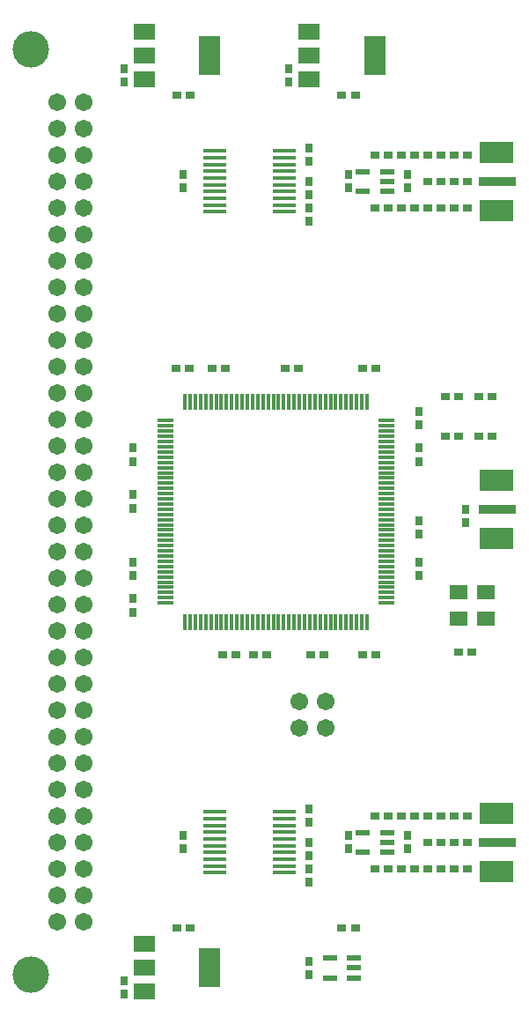
<source format=gts>
G04 #@! TF.FileFunction,Soldermask,Top*
%FSLAX46Y46*%
G04 Gerber Fmt 4.6, Leading zero omitted, Abs format (unit mm)*
G04 Created by KiCad (PCBNEW 4.0.7-e2-6376~58~ubuntu16.04.1) date Sun Sep 16 22:19:27 2018*
%MOMM*%
%LPD*%
G01*
G04 APERTURE LIST*
%ADD10C,0.100000*%
%ADD11C,1.711200*%
%ADD12C,3.501200*%
%ADD13R,1.600000X0.300000*%
%ADD14R,0.300000X1.600000*%
%ADD15R,0.900000X0.700000*%
%ADD16R,0.700000X0.900000*%
%ADD17R,3.300000X2.000000*%
%ADD18R,3.600000X0.900000*%
%ADD19R,1.473000X0.482000*%
%ADD20R,2.261000X0.400000*%
%ADD21R,2.000000X1.500000*%
%ADD22R,2.000000X3.800000*%
%ADD23R,1.700000X1.350000*%
G04 APERTURE END LIST*
D10*
D11*
X140885000Y-141605000D03*
X140885000Y-139065000D03*
X140885000Y-136525000D03*
X140885000Y-133985000D03*
X140885000Y-131445000D03*
X140885000Y-128905000D03*
X140885000Y-126365000D03*
X140885000Y-123825000D03*
X140885000Y-121285000D03*
X140885000Y-118745000D03*
X140885000Y-116205000D03*
X140885000Y-113665000D03*
X140885000Y-111125000D03*
X140885000Y-108585000D03*
X140885000Y-106045000D03*
X140885000Y-103505000D03*
X140885000Y-100965000D03*
X140885000Y-98425000D03*
X140885000Y-95885000D03*
X140885000Y-93345000D03*
X140885000Y-90805000D03*
X140885000Y-88265000D03*
X140885000Y-85725000D03*
X140885000Y-83185000D03*
X140885000Y-80645000D03*
X140885000Y-78105000D03*
X140885000Y-75565000D03*
X140885000Y-73025000D03*
X140885000Y-70485000D03*
X140885000Y-67945000D03*
X140885000Y-65405000D03*
X140885000Y-62865000D03*
X143425000Y-62865000D03*
X143425000Y-65405000D03*
X143425000Y-67945000D03*
X143425000Y-70485000D03*
X143425000Y-73025000D03*
X143425000Y-75565000D03*
X143425000Y-78105000D03*
X143425000Y-80645000D03*
X143425000Y-83185000D03*
X143425000Y-85725000D03*
X143425000Y-88265000D03*
X143425000Y-90805000D03*
X143425000Y-93345000D03*
X143425000Y-95885000D03*
X143425000Y-98425000D03*
X143425000Y-100965000D03*
X143425000Y-103505000D03*
X143425000Y-106045000D03*
X143425000Y-108585000D03*
X143425000Y-111125000D03*
X143425000Y-113665000D03*
X143425000Y-116205000D03*
X143425000Y-118745000D03*
X143425000Y-121285000D03*
X143425000Y-123825000D03*
X143425000Y-126365000D03*
X143425000Y-128905000D03*
X143425000Y-131445000D03*
X143425000Y-133985000D03*
X143425000Y-136525000D03*
X143425000Y-139065000D03*
X143425000Y-141605000D03*
D12*
X138345000Y-57785000D03*
X138345000Y-146685000D03*
D13*
X172525000Y-110985000D03*
X172525000Y-110485000D03*
X172525000Y-109985000D03*
X172525000Y-109485000D03*
X172525000Y-108985000D03*
X172525000Y-108485000D03*
X172525000Y-107985000D03*
X172525000Y-107485000D03*
X172525000Y-106985000D03*
X172525000Y-106485000D03*
X172525000Y-105985000D03*
X172525000Y-105485000D03*
X172525000Y-104985000D03*
X172525000Y-104485000D03*
X172525000Y-103985000D03*
X172525000Y-103485000D03*
X172525000Y-102985000D03*
X172525000Y-102485000D03*
X172525000Y-101985000D03*
X172525000Y-101485000D03*
X172525000Y-100985000D03*
X172525000Y-100485000D03*
X172525000Y-99985000D03*
X172525000Y-99485000D03*
X172525000Y-98985000D03*
X172525000Y-98485000D03*
X172525000Y-97985000D03*
X172525000Y-97485000D03*
X172525000Y-96985000D03*
X172525000Y-96485000D03*
X172525000Y-95985000D03*
X172525000Y-95485000D03*
X172525000Y-94985000D03*
X172525000Y-94485000D03*
X172525000Y-93985000D03*
X172525000Y-93485000D03*
D14*
X170675000Y-91635000D03*
X170175000Y-91635000D03*
X169675000Y-91635000D03*
X169175000Y-91635000D03*
X168675000Y-91635000D03*
X168175000Y-91635000D03*
X167675000Y-91635000D03*
X167175000Y-91635000D03*
X166675000Y-91635000D03*
X166175000Y-91635000D03*
X165675000Y-91635000D03*
X165175000Y-91635000D03*
X164675000Y-91635000D03*
X164175000Y-91635000D03*
X163675000Y-91635000D03*
X163175000Y-91635000D03*
X162675000Y-91635000D03*
X162175000Y-91635000D03*
X161675000Y-91635000D03*
X161175000Y-91635000D03*
X160675000Y-91635000D03*
X160175000Y-91635000D03*
X159675000Y-91635000D03*
X159175000Y-91635000D03*
X158675000Y-91635000D03*
X158175000Y-91635000D03*
X157675000Y-91635000D03*
X157175000Y-91635000D03*
X156675000Y-91635000D03*
X156175000Y-91635000D03*
X155675000Y-91635000D03*
X155175000Y-91635000D03*
X154675000Y-91635000D03*
X154175000Y-91635000D03*
X153675000Y-91635000D03*
X153175000Y-91635000D03*
D13*
X151325000Y-93485000D03*
X151325000Y-93985000D03*
X151325000Y-94485000D03*
X151325000Y-94985000D03*
X151325000Y-95485000D03*
X151325000Y-95985000D03*
X151325000Y-96485000D03*
X151325000Y-96985000D03*
X151325000Y-97485000D03*
X151325000Y-97985000D03*
X151325000Y-98485000D03*
X151325000Y-98985000D03*
X151325000Y-99485000D03*
X151325000Y-99985000D03*
X151325000Y-100485000D03*
X151325000Y-100985000D03*
X151325000Y-101485000D03*
X151325000Y-101985000D03*
X151325000Y-102485000D03*
X151325000Y-102985000D03*
X151325000Y-103485000D03*
X151325000Y-103985000D03*
X151325000Y-104485000D03*
X151325000Y-104985000D03*
X151325000Y-105485000D03*
X151325000Y-105985000D03*
X151325000Y-106485000D03*
X151325000Y-106985000D03*
X151325000Y-107485000D03*
X151325000Y-107985000D03*
X151325000Y-108485000D03*
X151325000Y-108985000D03*
X151325000Y-109485000D03*
X151325000Y-109985000D03*
X151325000Y-110485000D03*
X151325000Y-110985000D03*
D14*
X153175000Y-112835000D03*
X153675000Y-112835000D03*
X154175000Y-112835000D03*
X154675000Y-112835000D03*
X155175000Y-112835000D03*
X155675000Y-112835000D03*
X156175000Y-112835000D03*
X156675000Y-112835000D03*
X157175000Y-112835000D03*
X157675000Y-112835000D03*
X158175000Y-112835000D03*
X158675000Y-112835000D03*
X159175000Y-112835000D03*
X159675000Y-112835000D03*
X160175000Y-112835000D03*
X160675000Y-112835000D03*
X161175000Y-112835000D03*
X161675000Y-112835000D03*
X162175000Y-112835000D03*
X162675000Y-112835000D03*
X163175000Y-112835000D03*
X163675000Y-112835000D03*
X164175000Y-112835000D03*
X164675000Y-112835000D03*
X165175000Y-112835000D03*
X165675000Y-112835000D03*
X166175000Y-112835000D03*
X166675000Y-112835000D03*
X167175000Y-112835000D03*
X167675000Y-112835000D03*
X168175000Y-112835000D03*
X168675000Y-112835000D03*
X169175000Y-112835000D03*
X169675000Y-112835000D03*
X170175000Y-112835000D03*
X170675000Y-112835000D03*
D15*
X179495000Y-115700000D03*
X180795000Y-115700000D03*
X180355000Y-73025000D03*
X179055000Y-73025000D03*
X175275000Y-67945000D03*
X173975000Y-67945000D03*
X175275000Y-73025000D03*
X173975000Y-73025000D03*
D16*
X174625000Y-69835000D03*
X174625000Y-71135000D03*
X168910000Y-71135000D03*
X168910000Y-69835000D03*
D17*
X183105000Y-73255000D03*
D18*
X183255000Y-70485000D03*
D17*
X183105000Y-67715000D03*
X183105000Y-73255000D03*
X183105000Y-67715000D03*
D15*
X180355000Y-70485000D03*
X179055000Y-70485000D03*
X177815000Y-73025000D03*
X176515000Y-73025000D03*
X177815000Y-70485000D03*
X176515000Y-70485000D03*
X180355000Y-67945000D03*
X179055000Y-67945000D03*
X177815000Y-67945000D03*
X176515000Y-67945000D03*
X172735000Y-67945000D03*
X171435000Y-67945000D03*
X171435000Y-73025000D03*
X172735000Y-73025000D03*
D19*
X172631000Y-71435000D03*
X172631000Y-70485000D03*
X172631000Y-69535000D03*
X170269000Y-69535000D03*
X170269000Y-71435000D03*
D16*
X165100000Y-68595000D03*
X165100000Y-67295000D03*
X165100000Y-70470000D03*
X165100000Y-71770000D03*
X165100000Y-73010000D03*
X165100000Y-74310000D03*
X153035000Y-71135000D03*
X153035000Y-69835000D03*
D15*
X180355000Y-136525000D03*
X179055000Y-136525000D03*
X175275000Y-131445000D03*
X173975000Y-131445000D03*
X175275000Y-136525000D03*
X173975000Y-136525000D03*
D16*
X174625000Y-133335000D03*
X174625000Y-134635000D03*
X168910000Y-134635000D03*
X168910000Y-133335000D03*
X165100000Y-132095000D03*
X165100000Y-130795000D03*
X165100000Y-133970000D03*
X165100000Y-135270000D03*
X165100000Y-136510000D03*
X165100000Y-137810000D03*
X153035000Y-134635000D03*
X153035000Y-133335000D03*
X175700000Y-108385000D03*
X175700000Y-107085000D03*
X175700000Y-103085000D03*
X175700000Y-104385000D03*
X175700000Y-96085000D03*
X175700000Y-97385000D03*
X175700000Y-93885000D03*
X175700000Y-92585000D03*
D15*
X170275000Y-88460000D03*
X171575000Y-88460000D03*
X164075000Y-88460000D03*
X162775000Y-88460000D03*
X155775000Y-88460000D03*
X157075000Y-88460000D03*
X153575000Y-88460000D03*
X152275000Y-88460000D03*
D16*
X148150000Y-97385000D03*
X148150000Y-96085000D03*
X148150000Y-101885000D03*
X148150000Y-100585000D03*
X148150000Y-107085000D03*
X148150000Y-108385000D03*
X148150000Y-111885000D03*
X148150000Y-110585000D03*
D15*
X156775000Y-116010000D03*
X158075000Y-116010000D03*
X161075000Y-116010000D03*
X159775000Y-116010000D03*
X165275000Y-116010000D03*
X166575000Y-116010000D03*
X171575000Y-116010000D03*
X170275000Y-116010000D03*
D17*
X183105000Y-104755000D03*
D18*
X183255000Y-101985000D03*
D17*
X183105000Y-99215000D03*
X183105000Y-104755000D03*
X183105000Y-99215000D03*
X183105000Y-136755000D03*
D18*
X183255000Y-133985000D03*
D17*
X183105000Y-131215000D03*
X183105000Y-136755000D03*
X183105000Y-131215000D03*
D16*
X180145000Y-101970000D03*
X180145000Y-103270000D03*
D15*
X180355000Y-133985000D03*
X179055000Y-133985000D03*
X177815000Y-136525000D03*
X176515000Y-136525000D03*
X177815000Y-133985000D03*
X176515000Y-133985000D03*
X180355000Y-131445000D03*
X179055000Y-131445000D03*
X177815000Y-131445000D03*
X176515000Y-131445000D03*
X172735000Y-131445000D03*
X171435000Y-131445000D03*
X171435000Y-136525000D03*
X172735000Y-136525000D03*
D19*
X172631000Y-134935000D03*
X172631000Y-133985000D03*
X172631000Y-133035000D03*
X170269000Y-133035000D03*
X170269000Y-134935000D03*
D11*
X166695000Y-122995000D03*
X166695000Y-120455000D03*
X164155000Y-120455000D03*
X164155000Y-122995000D03*
D20*
X162763000Y-73410000D03*
X162763000Y-72760000D03*
X162763000Y-72110000D03*
X162763000Y-71460000D03*
X162763000Y-70810000D03*
X162763000Y-70160000D03*
X162763000Y-69510000D03*
X162763000Y-68860000D03*
X162763000Y-68210000D03*
X162763000Y-67560000D03*
X156007000Y-67560000D03*
X156007000Y-68210000D03*
X156007000Y-68860000D03*
X156007000Y-69510000D03*
X156007000Y-70160000D03*
X156007000Y-70810000D03*
X156007000Y-71460000D03*
X156007000Y-72110000D03*
X156007000Y-72760000D03*
X156007000Y-73410000D03*
X162763000Y-136910000D03*
X162763000Y-136260000D03*
X162763000Y-135610000D03*
X162763000Y-134960000D03*
X162763000Y-134310000D03*
X162763000Y-133660000D03*
X162763000Y-133010000D03*
X162763000Y-132360000D03*
X162763000Y-131710000D03*
X162763000Y-131060000D03*
X156007000Y-131060000D03*
X156007000Y-131710000D03*
X156007000Y-132360000D03*
X156007000Y-133010000D03*
X156007000Y-133660000D03*
X156007000Y-134310000D03*
X156007000Y-134960000D03*
X156007000Y-135610000D03*
X156007000Y-136260000D03*
X156007000Y-136910000D03*
D21*
X165125000Y-56120000D03*
X165125000Y-58420000D03*
X165125000Y-60720000D03*
D22*
X171425000Y-58420000D03*
D21*
X149250000Y-56120000D03*
X149250000Y-58420000D03*
X149250000Y-60720000D03*
D22*
X155550000Y-58420000D03*
D21*
X149250000Y-143750000D03*
X149250000Y-146050000D03*
X149250000Y-148350000D03*
D22*
X155550000Y-146050000D03*
D15*
X168260000Y-62230000D03*
X169560000Y-62230000D03*
D16*
X163195000Y-60975000D03*
X163195000Y-59675000D03*
D15*
X152385000Y-62230000D03*
X153685000Y-62230000D03*
D16*
X147320000Y-60975000D03*
X147320000Y-59675000D03*
D15*
X152385000Y-142240000D03*
X153685000Y-142240000D03*
D16*
X147320000Y-148605000D03*
X147320000Y-147305000D03*
D15*
X169560000Y-142240000D03*
X168260000Y-142240000D03*
D16*
X165100000Y-145400000D03*
X165100000Y-146700000D03*
D15*
X181400000Y-91175000D03*
X182700000Y-91175000D03*
X182700000Y-94985000D03*
X181400000Y-94985000D03*
D23*
X182080000Y-112525000D03*
X182080000Y-109985000D03*
X179480000Y-109985000D03*
X179480000Y-112525000D03*
D15*
X178225000Y-91175000D03*
X179525000Y-91175000D03*
X179525000Y-94985000D03*
X178225000Y-94985000D03*
D19*
X169456000Y-147000000D03*
X169456000Y-146050000D03*
X169456000Y-145100000D03*
X167094000Y-145100000D03*
X167094000Y-147000000D03*
M02*

</source>
